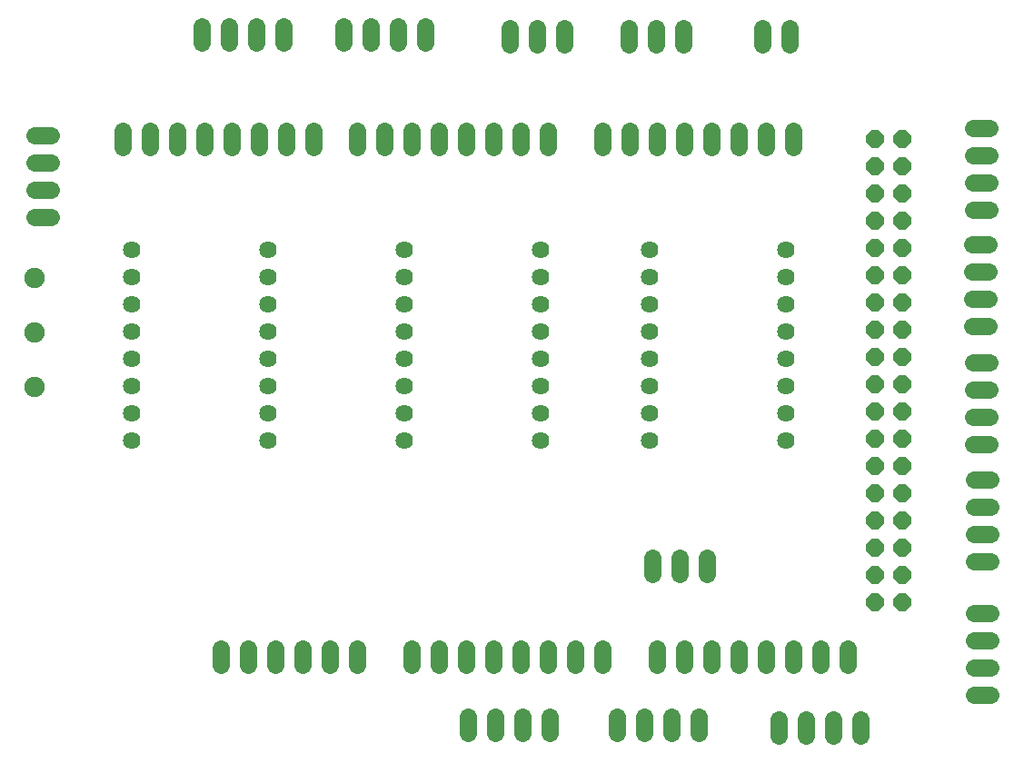
<source format=gbr>
G04 EAGLE Gerber RS-274X export*
G75*
%MOMM*%
%FSLAX34Y34*%
%LPD*%
%INSoldermask Bottom*%
%IPPOS*%
%AMOC8*
5,1,8,0,0,1.08239X$1,22.5*%
G01*
G04 Define Apertures*
%ADD10C,1.625600*%
%ADD11P,1.75953X8X112.5*%
%ADD12C,1.625600*%
%ADD13C,1.901600*%
D10*
X216900Y110780D02*
X216900Y126020D01*
X242300Y126020D02*
X242300Y110780D01*
X267700Y110780D02*
X267700Y126020D01*
X293100Y126020D02*
X293100Y110780D01*
X318500Y110780D02*
X318500Y126020D01*
X343900Y126020D02*
X343900Y110780D01*
X394700Y110780D02*
X394700Y126020D01*
X420100Y126020D02*
X420100Y110780D01*
X445500Y110780D02*
X445500Y126020D01*
X470900Y126020D02*
X470900Y110780D01*
X496300Y110780D02*
X496300Y126020D01*
X521700Y126020D02*
X521700Y110780D01*
X547100Y110780D02*
X547100Y126020D01*
X572500Y126020D02*
X572500Y110780D01*
X623300Y110780D02*
X623300Y126020D01*
X648700Y126020D02*
X648700Y110780D01*
X674100Y110780D02*
X674100Y126020D01*
X699500Y126020D02*
X699500Y110780D01*
X724900Y110780D02*
X724900Y126020D01*
X750300Y126020D02*
X750300Y110780D01*
X775700Y110780D02*
X775700Y126020D01*
X801100Y126020D02*
X801100Y110780D01*
X572500Y593380D02*
X572500Y608620D01*
X597900Y608620D02*
X597900Y593380D01*
X623300Y593380D02*
X623300Y608620D01*
X648700Y608620D02*
X648700Y593380D01*
X674100Y593380D02*
X674100Y608620D01*
X699500Y608620D02*
X699500Y593380D01*
X724900Y593380D02*
X724900Y608620D01*
X750300Y608620D02*
X750300Y593380D01*
X343900Y593380D02*
X343900Y608620D01*
X369300Y608620D02*
X369300Y593380D01*
X394700Y593380D02*
X394700Y608620D01*
X420100Y608620D02*
X420100Y593380D01*
X445500Y593380D02*
X445500Y608620D01*
X470900Y608620D02*
X470900Y593380D01*
X496300Y593380D02*
X496300Y608620D01*
X521700Y608620D02*
X521700Y593380D01*
X125450Y593380D02*
X125450Y608620D01*
X150850Y608620D02*
X150850Y593380D01*
X176250Y593380D02*
X176250Y608620D01*
X201650Y608620D02*
X201650Y593380D01*
X227050Y593380D02*
X227050Y608620D01*
X252450Y608620D02*
X252450Y593380D01*
X277850Y593380D02*
X277850Y608620D01*
X303250Y608620D02*
X303250Y593380D01*
D11*
X851900Y245400D03*
X826500Y245400D03*
X851900Y270800D03*
X826500Y270800D03*
X851900Y296200D03*
X826500Y296200D03*
X851900Y321600D03*
X826500Y321600D03*
X851900Y347000D03*
X826500Y347000D03*
X851900Y372400D03*
X826500Y372400D03*
X851900Y397800D03*
X826500Y397800D03*
X851900Y423200D03*
X826500Y423200D03*
X851900Y169200D03*
X826500Y169200D03*
X851900Y194600D03*
X826500Y194600D03*
X851900Y220000D03*
X826500Y220000D03*
X851900Y448600D03*
X826500Y448600D03*
X851900Y474000D03*
X826500Y474000D03*
X851900Y499400D03*
X826500Y499400D03*
X851900Y524800D03*
X826500Y524800D03*
X851900Y550200D03*
X826500Y550200D03*
X851900Y575600D03*
X826500Y575600D03*
X851900Y601000D03*
X826500Y601000D03*
D12*
X260300Y319600D03*
X260300Y345000D03*
X260300Y370400D03*
X260300Y395800D03*
X260300Y421200D03*
X260300Y446600D03*
X260300Y472000D03*
X260300Y497400D03*
X133300Y497400D03*
X133300Y472000D03*
X133300Y446600D03*
X133300Y421200D03*
X133300Y395800D03*
X133300Y370400D03*
X133300Y345000D03*
X133300Y319600D03*
X743000Y319600D03*
X743000Y345000D03*
X743000Y370400D03*
X743000Y395800D03*
X743000Y421200D03*
X743000Y446600D03*
X743000Y472000D03*
X743000Y497400D03*
X616000Y497400D03*
X616000Y472000D03*
X616000Y446600D03*
X616000Y421200D03*
X616000Y395800D03*
X616000Y370400D03*
X616000Y345000D03*
X616000Y319600D03*
X514500Y319600D03*
X514500Y345000D03*
X514500Y370400D03*
X514500Y395800D03*
X514500Y421200D03*
X514500Y446600D03*
X514500Y472000D03*
X514500Y497400D03*
X387500Y497400D03*
X387500Y472000D03*
X387500Y446600D03*
X387500Y421200D03*
X387500Y395800D03*
X387500Y370400D03*
X387500Y345000D03*
X387500Y319600D03*
D10*
X58520Y528100D02*
X43280Y528100D01*
X43280Y553500D02*
X58520Y553500D01*
X58520Y578900D02*
X43280Y578900D01*
X43280Y604300D02*
X58520Y604300D01*
X198500Y690780D02*
X198500Y706020D01*
X223900Y706020D02*
X223900Y690780D01*
X249300Y690780D02*
X249300Y706020D01*
X274700Y706020D02*
X274700Y690780D01*
X330600Y690680D02*
X330600Y705920D01*
X356000Y705920D02*
X356000Y690680D01*
X381400Y690680D02*
X381400Y705920D01*
X406800Y705920D02*
X406800Y690680D01*
X720900Y688780D02*
X720900Y704020D01*
X746300Y704020D02*
X746300Y688780D01*
X596700Y689180D02*
X596700Y704420D01*
X622100Y704420D02*
X622100Y689180D01*
X647500Y689180D02*
X647500Y704420D01*
X485600Y704320D02*
X485600Y689080D01*
X511000Y689080D02*
X511000Y704320D01*
X536400Y704320D02*
X536400Y689080D01*
X917480Y611100D02*
X932720Y611100D01*
X932720Y585700D02*
X917480Y585700D01*
X917480Y560300D02*
X932720Y560300D01*
X932720Y534900D02*
X917480Y534900D01*
X916880Y502600D02*
X932120Y502600D01*
X932120Y477200D02*
X916880Y477200D01*
X916880Y451800D02*
X932120Y451800D01*
X932120Y426400D02*
X916880Y426400D01*
X917180Y392800D02*
X932420Y392800D01*
X932420Y367400D02*
X917180Y367400D01*
X917180Y342000D02*
X932420Y342000D01*
X932420Y316600D02*
X917180Y316600D01*
X918780Y283600D02*
X934020Y283600D01*
X934020Y258200D02*
X918780Y258200D01*
X918780Y232800D02*
X934020Y232800D01*
X934020Y207400D02*
X918780Y207400D01*
X523000Y62520D02*
X523000Y47280D01*
X497600Y47280D02*
X497600Y62520D01*
X472200Y62520D02*
X472200Y47280D01*
X446800Y47280D02*
X446800Y62520D01*
X812800Y59720D02*
X812800Y44480D01*
X787400Y44480D02*
X787400Y59720D01*
X762000Y59720D02*
X762000Y44480D01*
X736600Y44480D02*
X736600Y59720D01*
X662000Y62220D02*
X662000Y46980D01*
X636600Y46980D02*
X636600Y62220D01*
X611200Y62220D02*
X611200Y46980D01*
X585800Y46980D02*
X585800Y62220D01*
X918780Y159500D02*
X934020Y159500D01*
X934020Y134100D02*
X918780Y134100D01*
X918780Y108700D02*
X934020Y108700D01*
X934020Y83300D02*
X918780Y83300D01*
D13*
X43000Y370000D03*
X43000Y420800D03*
X43000Y471600D03*
D10*
X618600Y210620D02*
X618600Y195380D01*
X644000Y195380D02*
X644000Y210620D01*
X669400Y210620D02*
X669400Y195380D01*
M02*

</source>
